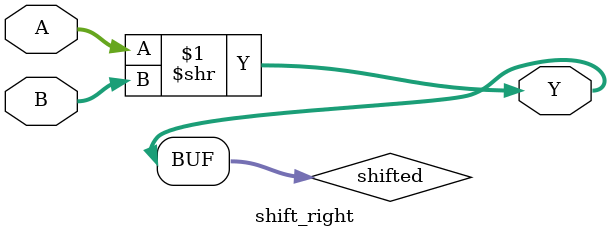
<source format=v>
module shift_right #(parameter A_SIGNED = 0, A_WIDTH = 32, Y_WIDTH = 32) (
    input [A_WIDTH-1:0] A,
    input [4:0] B,
    output [A_WIDTH-1:0] Y
);

    wire [A_WIDTH-1:0] shifted;
    assign shifted = A >> B;

    assign Y = shifted;

endmodule
</source>
